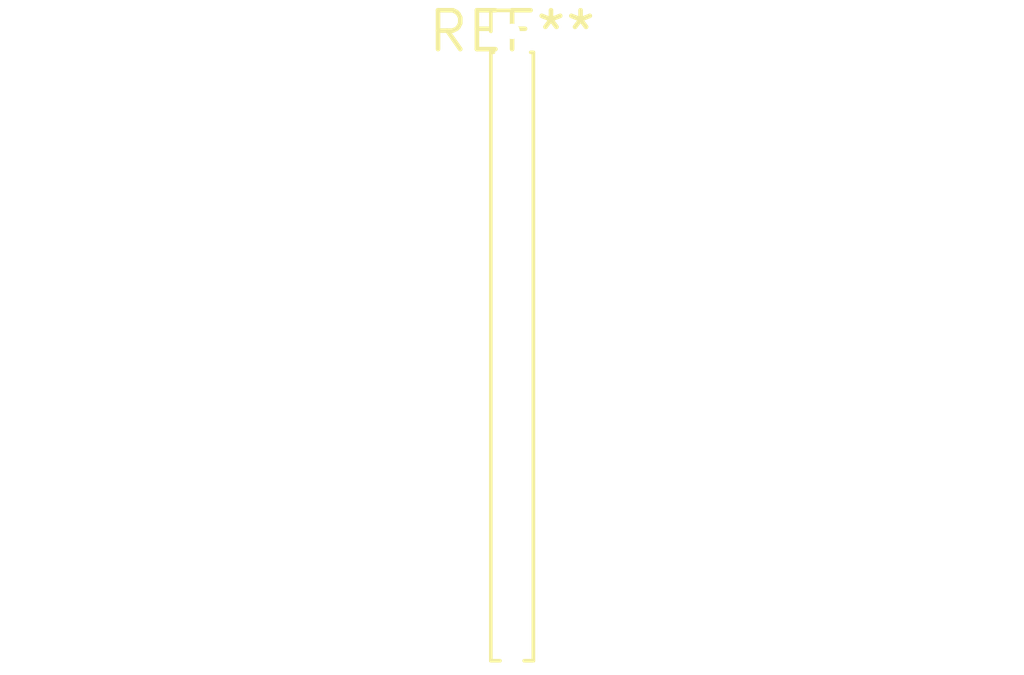
<source format=kicad_pcb>
(kicad_pcb (version 20240108) (generator pcbnew)
  (layers (0 "F.Cu" signal) (31 "B.Cu" signal) (34 "B.Paste" user) (35 "F.Paste" user) (36 "B.SilkS" user "B.Silkscreen") (37 "F.SilkS" user "F.Silkscreen") (38 "B.Mask" user) (39 "F.Mask" user) (44 "Edge.Cuts" user))
  (net 0 "")
  (footprint "PinHeader_1x21_P1.00mm_Vertical" (layer "F.Cu") (at 0 0)
    (property "Reference" "REF**")
    (property "Value" "PinHeader_1x21_P1.00mm_Vertical")
    (fp_line (start -0.695 -0.685) (end 0 -0.685) (layer "F.SilkS") (stroke (width 0.12)))
    (fp_line (start -0.695 0) (end -0.695 -0.685) (layer "F.SilkS") (stroke (width 0.12)))
    (fp_line (start -0.695 0.685) (end -0.695 20.56) (layer "F.SilkS") (stroke (width 0.12)))
    (fp_line (start -0.695 0.685) (end -0.608276 0.685) (layer "F.SilkS") (stroke (width 0.12)))
    (fp_line (start -0.695 20.56) (end -0.394493 20.56) (layer "F.SilkS") (stroke (width 0.12)))
    (fp_line (start 0.394493 20.56) (end 0.695 20.56) (layer "F.SilkS") (stroke (width 0.12)))
    (fp_line (start 0.608276 0.685) (end 0.695 0.685) (layer "F.SilkS") (stroke (width 0.12)))
    (fp_line (start 0.695 0.685) (end 0.695 20.56) (layer "F.SilkS") (stroke (width 0.12)))
    (pad "1" thru_hole rect (at 0 0) (size 0.85 0.85) (drill 0.5) (layers *.Cu *.Mask) (remove_unused_layers))
    (pad "2" thru_hole oval (at 0 1) (size 0.85 0.85) (drill 0.5) (layers *.Cu *.Mask) (remove_unused_layers))
    (pad "3" thru_hole oval (at 0 2) (size 0.85 0.85) (drill 0.5) (layers *.Cu *.Mask) (remove_unused_layers))
    (pad "4" thru_hole oval (at 0 3) (size 0.85 0.85) (drill 0.5) (layers *.Cu *.Mask) (remove_unused_layers))
    (pad "5" thru_hole oval (at 0 4) (size 0.85 0.85) (drill 0.5) (layers *.Cu *.Mask) (remove_unused_layers))
    (pad "6" thru_hole oval (at 0 5) (size 0.85 0.85) (drill 0.5) (layers *.Cu *.Mask) (remove_unused_layers))
    (pad "7" thru_hole oval (at 0 6) (size 0.85 0.85) (drill 0.5) (layers *.Cu *.Mask) (remove_unused_layers))
    (pad "8" thru_hole oval (at 0 7) (size 0.85 0.85) (drill 0.5) (layers *.Cu *.Mask) (remove_unused_layers))
    (pad "9" thru_hole oval (at 0 8) (size 0.85 0.85) (drill 0.5) (layers *.Cu *.Mask) (remove_unused_layers))
    (pad "10" thru_hole oval (at 0 9) (size 0.85 0.85) (drill 0.5) (layers *.Cu *.Mask) (remove_unused_layers))
    (pad "11" thru_hole oval (at 0 10) (size 0.85 0.85) (drill 0.5) (layers *.Cu *.Mask) (remove_unused_layers))
    (pad "12" thru_hole oval (at 0 11) (size 0.85 0.85) (drill 0.5) (layers *.Cu *.Mask) (remove_unused_layers))
    (pad "13" thru_hole oval (at 0 12) (size 0.85 0.85) (drill 0.5) (layers *.Cu *.Mask) (remove_unused_layers))
    (pad "14" thru_hole oval (at 0 13) (size 0.85 0.85) (drill 0.5) (layers *.Cu *.Mask) (remove_unused_layers))
    (pad "15" thru_hole oval (at 0 14) (size 0.85 0.85) (drill 0.5) (layers *.Cu *.Mask) (remove_unused_layers))
    (pad "16" thru_hole oval (at 0 15) (size 0.85 0.85) (drill 0.5) (layers *.Cu *.Mask) (remove_unused_layers))
    (pad "17" thru_hole oval (at 0 16) (size 0.85 0.85) (drill 0.5) (layers *.Cu *.Mask) (remove_unused_layers))
    (pad "18" thru_hole oval (at 0 17) (size 0.85 0.85) (drill 0.5) (layers *.Cu *.Mask) (remove_unused_layers))
    (pad "19" thru_hole oval (at 0 18) (size 0.85 0.85) (drill 0.5) (layers *.Cu *.Mask) (remove_unused_layers))
    (pad "20" thru_hole oval (at 0 19) (size 0.85 0.85) (drill 0.5) (layers *.Cu *.Mask) (remove_unused_layers))
    (pad "21" thru_hole oval (at 0 20) (size 0.85 0.85) (drill 0.5) (layers *.Cu *.Mask) (remove_unused_layers))
  )
)
</source>
